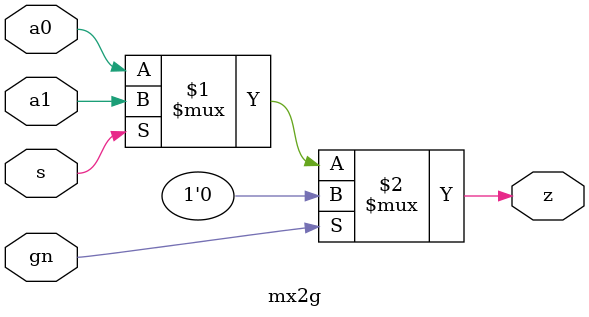
<source format=v>
`include "defs.v"

module mx2g
(
	output	z,
	input		a0,
	input		a1,
	input		s,
	input		gn
);

assign z = (gn) ? 1'b0 : (s) ? a1 : a0;

endmodule

</source>
